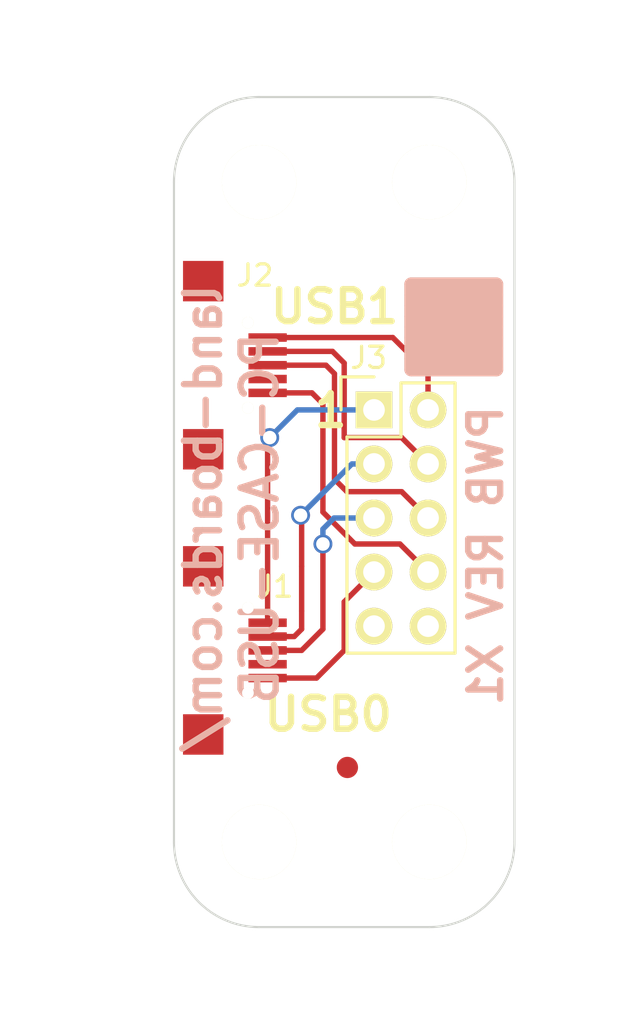
<source format=kicad_pcb>
(kicad_pcb (version 20211014) (generator pcbnew)
  (title_block (title "RasPi-GVS-Plus-CFG") (rev "X1") (company "land-boards.com"))
  (layers (0 "F.Cu" signal) (31 "B.Cu" signal) (36 "B.SilkS" user "B.Silkscreen") (37 "F.SilkS" user "F.Silkscreen") (38 "B.Mask" user) (39 "F.Mask" user) (44 "Edge.Cuts" user))
  (net 0 "")
  (net 1 "Net-(J1-Pad1)")
  (net 2 "Net-(J1-Pad2)")
  (net 3 "Net-(J1-Pad3)")
  (net 4 "Net-(J1-Pad5)")
  (net 5 "Net-(J2-Pad1)")
  (net 6 "Net-(J2-Pad2)")
  (net 7 "Net-(J2-Pad3)")
  (net 8 "Net-(J2-Pad5)")
  (footprint "FIDUCIAL" (layer "F.Cu") (at 13.8 9.55)
    (fp_text reference "FID1" hide)
    (fp_text value "CONN_1" hide)
    (pad "1" smd circle locked (at 0 0) (size 1 1) (layers "F.Cu" "F.Mask") (clearance 1))
  )
  (footprint "DougsNewMods:USB_Micro-B-Wellco-SMT" (layer "F.Cu") (at 4 26 -90)
    (fp_text reference "J1" (at -3 -0.75) (layer "F.SilkS"))
    (fp_text value "USB-MICRO-B" hide)
    (pad "" np_thru_hole circle locked (at 2 0.525) (size 0.55 0.55) (drill oval 0.55) (layers *.Cu *.Mask "F.SilkS"))
    (pad "" np_thru_hole circle locked (at -2 0.525) (size 0.55 0.55) (drill 0.55) (layers *.Cu *.Mask "F.SilkS"))
    (pad "1" smd rect locked (at -1.3 -0.4 270) (size 0.4 1.8) (layers "F.Cu" "F.Mask") (net 1 "Net-(J1-Pad1)"))
    (pad "2" smd rect locked (at -0.65 -0.4 270) (size 0.4 1.8) (layers "F.Cu" "F.Mask") (net 2 "Net-(J1-Pad2)"))
    (pad "3" smd rect locked (at 0 -0.4 270) (size 0.4 1.8) (layers "F.Cu" "F.Mask") (net 3 "Net-(J1-Pad3)"))
    (pad "4" smd rect locked (at 0.65 -0.4 270) (size 0.4 1.8) (layers "F.Cu" "F.Mask"))
    (pad "5" smd rect locked (at 1.3 -0.4 270) (size 0.4 1.8) (layers "F.Cu" "F.Mask") (net 4 "Net-(J1-Pad5)"))
    (pad "6" smd rect locked (at 3.95 2.625) (size 1.9 1.9) (layers "F.Cu" "F.Mask"))
    (pad "7" smd rect locked (at -3.95 2.625) (size 1.9 1.9) (layers "F.Cu" "F.Mask"))
  )
  (footprint "DougsNewMods:USB_Micro-B-Wellco-SMT" (layer "F.Cu") (at 4 12.6 -90)
    (fp_text reference "J2" (at -4.218 0.19) (layer "F.SilkS"))
    (fp_text value "USB-MICRO-B" hide)
    (pad "" np_thru_hole circle locked (at -2 0.525) (size 0.55 0.55) (drill 0.55) (layers *.Cu *.Mask "F.SilkS"))
    (pad "" np_thru_hole circle locked (at 2 0.525) (size 0.55 0.55) (drill oval 0.55) (layers *.Cu *.Mask "F.SilkS"))
    (pad "1" smd rect locked (at -1.3 -0.4 270) (size 0.4 1.8) (layers "F.Cu" "F.Mask") (net 5 "Net-(J2-Pad1)"))
    (pad "2" smd rect locked (at -0.65 -0.4 270) (size 0.4 1.8) (layers "F.Cu" "F.Mask") (net 6 "Net-(J2-Pad2)"))
    (pad "3" smd rect locked (at 0 -0.4 270) (size 0.4 1.8) (layers "F.Cu" "F.Mask") (net 7 "Net-(J2-Pad3)"))
    (pad "4" smd rect locked (at 0.65 -0.4 270) (size 0.4 1.8) (layers "F.Cu" "F.Mask"))
    (pad "5" smd rect locked (at 1.3 -0.4 270) (size 0.4 1.8) (layers "F.Cu" "F.Mask") (net 8 "Net-(J2-Pad5)"))
    (pad "6" smd rect locked (at 3.95 2.625) (size 1.9 1.9) (layers "F.Cu" "F.Mask"))
    (pad "7" smd rect locked (at -3.95 2.625) (size 1.9 1.9) (layers "F.Cu" "F.Mask"))
  )
  (footprint "FIDUCIAL" (layer "F.Cu") (at 8.15 31.5)
    (fp_text reference "FID2" hide)
    (fp_text value "CONN_1" hide)
    (pad "1" smd circle locked (at 0 0) (size 1 1) (layers "F.Cu" "F.Mask") (clearance 1))
  )
  (footprint "Mounting_Holes:MountingHole_3.5mm" (layer "F.Cu") (at 4 4)
    (fp_text reference "MTG1" hide)
    (fp_text value "CONN_1" hide)
    (pad "" np_thru_hole circle locked (at 0 0) (size 3.5 3.5) (drill 3.5) (layers *.Cu *.Mask "F.SilkS"))
  )
  (footprint "Mounting_Holes:MountingHole_3.5mm" (layer "F.Cu") (at 12 4)
    (fp_text reference "MTG2" hide)
    (fp_text value "CONN_1" hide)
    (pad "" np_thru_hole circle locked (at 0 0) (size 3.5 3.5) (drill 3.5) (layers *.Cu *.Mask "F.SilkS"))
  )
  (footprint "Mounting_Holes:MountingHole_3.5mm" (layer "F.Cu") (at 4 35)
    (fp_text reference "MTG3" hide)
    (fp_text value "CONN_1" hide)
    (pad "" np_thru_hole circle locked (at 0 0) (size 3.5 3.5) (drill 3.5) (layers *.Cu *.Mask "F.SilkS"))
  )
  (footprint "Mounting_Holes:MountingHole_3.5mm" (layer "F.Cu") (at 12 35)
    (fp_text reference "MTG4" hide)
    (fp_text value "CONN_1" hide)
    (pad "" np_thru_hole circle locked (at 0 0) (size 3.5 3.5) (drill 3.5) (layers *.Cu *.Mask "F.SilkS"))
  )
  (footprint "Pin_Headers:Pin_Header_Straight_2x05" (layer "F.Cu") (at 9.4 14.7)
    (fp_text reference "J3" (at -0.25 -2.45) (layer "F.SilkS"))
    (fp_text value "CONN_01X10" hide)
    (fp_line (start 3.81 -1.27) (end 1.27 -1.27) (layer "F.SilkS") (width 0.15))
    (fp_line (start 3.81 -1.27) (end 3.81 11.43) (layer "F.SilkS") (width 0.15))
    (fp_line (start 3.81 11.43) (end -1.27 11.43) (layer "F.SilkS") (width 0.15))
    (fp_line (start 1.27 -1.27) (end 1.27 1.27) (layer "F.SilkS") (width 0.15))
    (fp_line (start -1.27 11.43) (end -1.27 1.27) (layer "F.SilkS") (width 0.15))
    (fp_line (start 0 -1.55) (end -1.55 -1.55) (layer "F.SilkS") (width 0.15))
    (fp_line (start -1.55 -1.55) (end -1.55 0) (layer "F.SilkS") (width 0.15))
    (fp_line (start 1.27 1.27) (end -1.27 1.27) (layer "F.SilkS") (width 0.15))
    (pad "1" thru_hole rect locked (at 0 0) (size 1.7272 1.7272) (drill 1.016) (layers *.Cu *.Mask "F.SilkS") (net 1 "Net-(J1-Pad1)"))
    (pad "2" thru_hole oval locked (at 2.54 0) (size 1.7272 1.7272) (drill 1.016) (layers *.Cu *.Mask "F.SilkS") (net 5 "Net-(J2-Pad1)"))
    (pad "3" thru_hole oval locked (at 0 2.54) (size 1.7272 1.7272) (drill 1.016) (layers *.Cu *.Mask "F.SilkS") (net 2 "Net-(J1-Pad2)"))
    (pad "4" thru_hole oval locked (at 2.54 2.54) (size 1.7272 1.7272) (drill 1.016) (layers *.Cu *.Mask "F.SilkS") (net 6 "Net-(J2-Pad2)"))
    (pad "5" thru_hole oval locked (at 0 5.08) (size 1.7272 1.7272) (drill 1.016) (layers *.Cu *.Mask "F.SilkS") (net 3 "Net-(J1-Pad3)"))
    (pad "6" thru_hole oval locked (at 2.54 5.08) (size 1.7272 1.7272) (drill 1.016) (layers *.Cu *.Mask "F.SilkS") (net 7 "Net-(J2-Pad3)"))
    (pad "7" thru_hole oval locked (at 0 7.62) (size 1.7272 1.7272) (drill 1.016) (layers *.Cu *.Mask "F.SilkS") (net 4 "Net-(J1-Pad5)"))
    (pad "8" thru_hole oval locked (at 2.54 7.62) (size 1.7272 1.7272) (drill 1.016) (layers *.Cu *.Mask "F.SilkS") (net 8 "Net-(J2-Pad5)"))
    (pad "9" thru_hole oval locked (at 0 10.16) (size 1.7272 1.7272) (drill 1.016) (layers *.Cu *.Mask "F.SilkS"))
    (pad "10" thru_hole oval locked (at 2.54 10.16) (size 1.7272 1.7272) (drill 1.016) (layers *.Cu *.Mask "F.SilkS"))
  )
  (footprint "REV_BLOCK" (layer "B.Cu") (at 13.15 10.8)
    (fp_text reference "TEST" hide)
    (fp_text value "COUPON" hide)
    (fp_line (start -2 1.5) (end 2 1.5) (layer "B.SilkS") (width 0.65))
    (fp_line (start -2 -2) (end -2 2) (layer "B.SilkS") (width 0.15))
    (fp_line (start -2 -1) (end 2 -1) (layer "B.SilkS") (width 0.65))
    (fp_line (start 2 2) (end 2 -2) (layer "B.SilkS") (width 0.65))
    (fp_line (start -2 0.5) (end 2 0.5) (layer "B.SilkS") (width 0.65))
    (fp_line (start -2 -1.5) (end 2 -1.5) (layer "B.SilkS") (width 0.65))
    (fp_line (start -2 -2) (end -2 2) (layer "B.SilkS") (width 0.65))
    (fp_line (start -2 2) (end 2 2) (layer "B.SilkS") (width 0.15))
    (fp_line (start 2 -2) (end -2 -2) (layer "B.SilkS") (width 0.65))
    (fp_line (start -2 2) (end 2 2) (layer "B.SilkS") (width 0.65))
    (fp_line (start 2 -2) (end -2 -2) (layer "B.SilkS") (width 0.15))
    (fp_line (start -2 0) (end 2 0) (layer "B.SilkS") (width 0.65))
    (fp_line (start -2 -0.5) (end 2 -0.5) (layer "B.SilkS") (width 0.65))
    (fp_line (start 2 2) (end 2 -2) (layer "B.SilkS") (width 0.15))
    (fp_line (start -2 1) (end 2 1) (layer "B.SilkS") (width 0.65))
    (fp_line (start -2 -2) (end 2 -2) (layer "B.SilkS") (width 0.65))
  )
  (gr_line (start 0 35) (end 0 4) (layer "Edge.Cuts") (width 0.1))
  (gr_arc (start 12 0) (mid 14.828427 1.171573) (end 16 4) (layer "Edge.Cuts") (width 0.1))
  (gr_arc (start 4 39) (mid 1.171573 37.828427) (end 0 35) (layer "Edge.Cuts") (width 0.1))
  (gr_arc (start 16 35) (mid 14.828427 37.828427) (end 12 39) (layer "Edge.Cuts") (width 0.1))
  (gr_line (start 4 39) (end 12 39) (layer "Edge.Cuts") (width 0.1))
  (gr_arc (start 0 4) (mid 1.171573 1.171573) (end 4 0) (layer "Edge.Cuts") (width 0.1))
  (gr_line (start 4 0) (end 12 0) (layer "Edge.Cuts") (width 0.1))
  (gr_line (start 16 4) (end 16 35) (layer "Edge.Cuts") (width 0.1))
  (gr_text "PWB REV X1" (at 14.65 21.55 90) (layer "B.SilkS") (effects (font (size 1.5 1.5) (thickness 0.3)) (justify mirror)))
  (gr_text "land-boards.com/\nPC-CASE-USB" (at 2.7 19.8 90) (layer "B.SilkS") (effects (font (size 1.651 1.55) (thickness 0.3)) (justify mirror)))
  (gr_text "1" (at 7.366 14.732) (layer "F.SilkS") (effects (font (size 1.5 1.5) (thickness 0.3))))
  (gr_text "USB1" (at 7.55 9.85) (layer "F.SilkS") (effects (font (size 1.5 1.5) (thickness 0.3))))
  (gr_text "USB0" (at 7.25 29) (layer "F.SilkS") (effects (font (size 1.5 1.5) (thickness 0.3))))
  (segment (start 4.4 16.1) (end 4.5 16) (width 0.254) (layer "F.Cu") (net 1))
  (segment (start 4.4 24.7) (end 4.4 16.1) (width 0.254) (layer "F.Cu") (net 1))
  (via (at 4.5 16) (size 0.889) (drill 0.635) (layers "F.Cu" "B.Cu") (net 1))
  (segment (start 4.5 16) (end 5.8 14.7) (width 0.254) (layer "B.Cu") (net 1))
  (segment (start 5.8 14.7) (end 9.4 14.7) (width 0.254) (layer "B.Cu") (net 1))
  (segment (start 5.65 25.35) (end 6 25) (width 0.254) (layer "F.Cu") (net 2))
  (segment (start 6 25) (end 6 24.15) (width 0.254) (layer "F.Cu") (net 2))
  (segment (start 6 19.7) (end 5.95 19.65) (width 0.254) (layer "F.Cu") (net 2))
  (segment (start 4.4 25.35) (end 5.65 25.35) (width 0.254) (layer "F.Cu") (net 2))
  (segment (start 6 24.15) (end 6 22.05) (width 0.254) (layer "F.Cu") (net 2))
  (segment (start 6 22.05) (end 6 19.7) (width 0.254) (layer "F.Cu") (net 2))
  (via (at 5.95 19.65) (size 0.889) (drill 0.635) (layers "F.Cu" "B.Cu") (net 2))
  (segment (start 5.95 19.65) (end 8.36 17.24) (width 0.254) (layer "B.Cu") (net 2))
  (segment (start 8.36 17.24) (end 9.4 17.24) (width 0.254) (layer "B.Cu") (net 2))
  (segment (start 6 26) (end 7 25) (width 0.254) (layer "F.Cu") (net 3))
  (segment (start 7 25) (end 7 21) (width 0.254) (layer "F.Cu") (net 3))
  (segment (start 4.4 26) (end 6 26) (width 0.254) (layer "F.Cu") (net 3))
  (via (at 7 21) (size 0.889) (drill 0.635) (layers "F.Cu" "B.Cu") (net 3))
  (segment (start 7.52 19.78) (end 7 20.3) (width 0.254) (layer "B.Cu") (net 3))
  (segment (start 7 20.3) (end 7 21) (width 0.254) (layer "B.Cu") (net 3))
  (segment (start 9.4 19.78) (end 7.52 19.78) (width 0.254) (layer "B.Cu") (net 3))
  (segment (start 6.7 27.3) (end 8 26) (width 0.254) (layer "F.Cu") (net 4))
  (segment (start 8 26) (end 8 23.72) (width 0.254) (layer "F.Cu") (net 4))
  (segment (start 8 23.72) (end 9.4 22.32) (width 0.254) (layer "F.Cu") (net 4))
  (segment (start 4.4 27.3) (end 6.7 27.3) (width 0.254) (layer "F.Cu") (net 4))
  (segment (start 10.284 11.3) (end 11.94 12.956) (width 0.254) (layer "F.Cu") (net 5))
  (segment (start 11.94 12.956) (end 11.94 14.7) (width 0.254) (layer "F.Cu") (net 5))
  (segment (start 4.4 11.3) (end 10.284 11.3) (width 0.254) (layer "F.Cu") (net 5))
  (segment (start 7.45 11.95) (end 8 12.5) (width 0.254) (layer "F.Cu") (net 6))
  (segment (start 8 12.5) (end 8 16.002) (width 0.254) (layer "F.Cu") (net 6))
  (segment (start 8 16.002) (end 8.002 16) (width 0.254) (layer "F.Cu") (net 6))
  (segment (start 8.002 16) (end 10.7 16) (width 0.254) (layer "F.Cu") (net 6))
  (segment (start 10.7 16) (end 11.94 17.24) (width 0.254) (layer "F.Cu") (net 6))
  (segment (start 4.4 11.95) (end 7.45 11.95) (width 0.254) (layer "F.Cu") (net 6))
  (segment (start 8.128 18.542) (end 10.702 18.542) (width 0.254) (layer "F.Cu") (net 7))
  (segment (start 10.702 18.542) (end 11.94 19.78) (width 0.254) (layer "F.Cu") (net 7))
  (segment (start 7.142798 12.6) (end 7.542798 13) (width 0.254) (layer "F.Cu") (net 7))
  (segment (start 7.542798 13) (end 7.542798 17.956798) (width 0.254) (layer "F.Cu") (net 7))
  (segment (start 7.542798 17.956798) (end 8.128 18.542) (width 0.254) (layer "F.Cu") (net 7))
  (segment (start 4.4 12.6) (end 7.142798 12.6) (width 0.254) (layer "F.Cu") (net 7))
  (segment (start 10.62 21) (end 11.94 22.32) (width 0.254) (layer "F.Cu") (net 8))
  (segment (start 6.485596 13.9) (end 7 14.414404) (width 0.254) (layer "F.Cu") (net 8))
  (segment (start 7 14.414404) (end 7 19.5) (width 0.254) (layer "F.Cu") (net 8))
  (segment (start 7 19.5) (end 8.5 21) (width 0.254) (layer "F.Cu") (net 8))
  (segment (start 8.5 21) (end 10.62 21) (width 0.254) (layer "F.Cu") (net 8))
  (segment (start 4.4 13.9) (end 6.485596 13.9) (width 0.254) (layer "F.Cu") (net 8))
)
</source>
